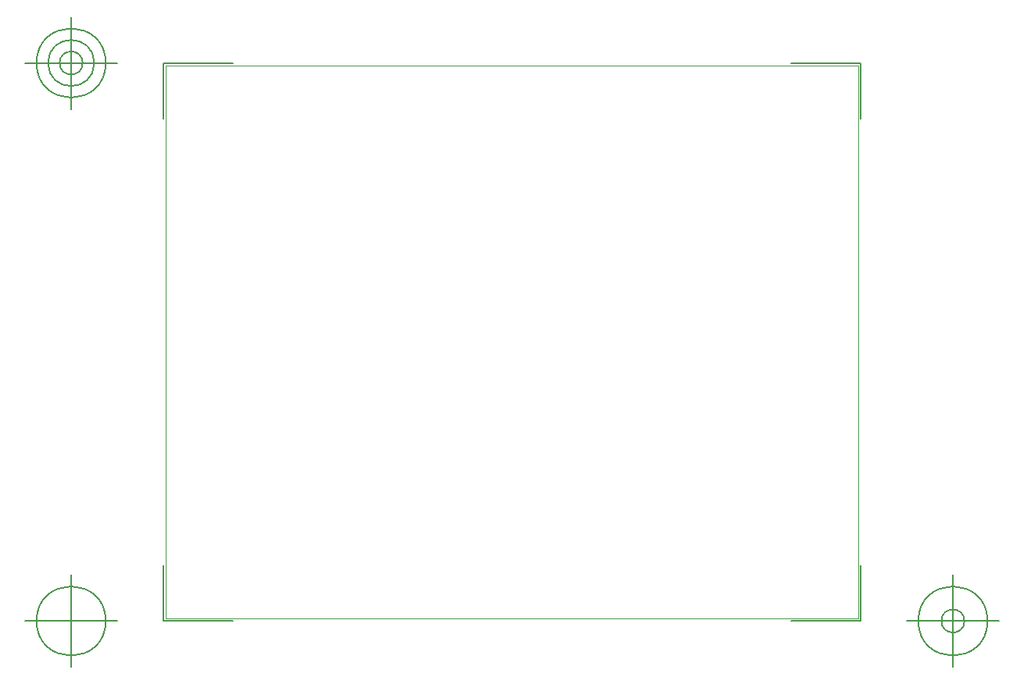
<source format=gbr>
G04 Generated by Ultiboard 14.2 *
%FSLAX34Y34*%
%MOMM*%

%ADD10C,0.0001*%
%ADD11C,0.0010*%
%ADD12C,0.1270*%


G04 ColorRGB 00FFFF for the following layer *
%LNBoard Outline*%
%LPD*%
G54D10*
G54D11*
X0Y0D02*
X750000Y0D01*
X750000Y600000D01*
X0Y600000D01*
X0Y0D01*
G54D12*
X-2540Y-2540D02*
X-2540Y57968D01*
X-2540Y-2540D02*
X72968Y-2540D01*
X752540Y-2540D02*
X677032Y-2540D01*
X752540Y-2540D02*
X752540Y57968D01*
X752540Y602540D02*
X752540Y542032D01*
X752540Y602540D02*
X677032Y602540D01*
X-2540Y602540D02*
X72968Y602540D01*
X-2540Y602540D02*
X-2540Y542032D01*
X-52540Y-2540D02*
X-152540Y-2540D01*
X-102540Y-52540D02*
X-102540Y47460D01*
X-140040Y-2540D02*
G75*
D01*
G02X-140040Y-2540I37500J0*
G01*
X802540Y-2540D02*
X902540Y-2540D01*
X852540Y-52540D02*
X852540Y47460D01*
X815040Y-2540D02*
G75*
D01*
G02X815040Y-2540I37500J0*
G01*
X840040Y-2540D02*
G75*
D01*
G02X840040Y-2540I12500J0*
G01*
X-52540Y602540D02*
X-152540Y602540D01*
X-102540Y552540D02*
X-102540Y652540D01*
X-140040Y602540D02*
G75*
D01*
G02X-140040Y602540I37500J0*
G01*
X-127540Y602540D02*
G75*
D01*
G02X-127540Y602540I25000J0*
G01*
X-115040Y602540D02*
G75*
D01*
G02X-115040Y602540I12500J0*
G01*

M02*

</source>
